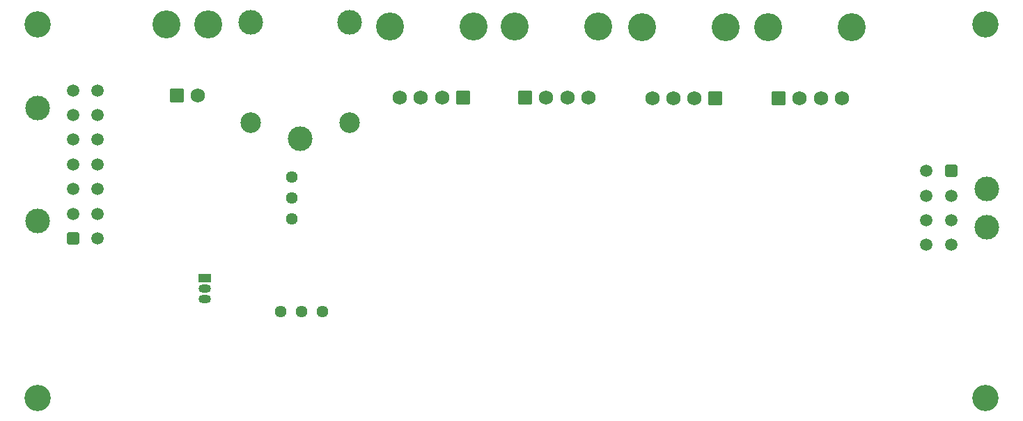
<source format=gbs>
%TF.GenerationSoftware,KiCad,Pcbnew,9.0.1*%
%TF.CreationDate,2025-06-05T13:01:35-07:00*%
%TF.ProjectId,chop-controller-heat,63686f70-2d63-46f6-9e74-726f6c6c6572,rev?*%
%TF.SameCoordinates,Original*%
%TF.FileFunction,Soldermask,Bot*%
%TF.FilePolarity,Negative*%
%FSLAX46Y46*%
G04 Gerber Fmt 4.6, Leading zero omitted, Abs format (unit mm)*
G04 Created by KiCad (PCBNEW 9.0.1) date 2025-06-05 13:01:35*
%MOMM*%
%LPD*%
G01*
G04 APERTURE LIST*
G04 Aperture macros list*
%AMRoundRect*
0 Rectangle with rounded corners*
0 $1 Rounding radius*
0 $2 $3 $4 $5 $6 $7 $8 $9 X,Y pos of 4 corners*
0 Add a 4 corners polygon primitive as box body*
4,1,4,$2,$3,$4,$5,$6,$7,$8,$9,$2,$3,0*
0 Add four circle primitives for the rounded corners*
1,1,$1+$1,$2,$3*
1,1,$1+$1,$4,$5*
1,1,$1+$1,$6,$7*
1,1,$1+$1,$8,$9*
0 Add four rect primitives between the rounded corners*
20,1,$1+$1,$2,$3,$4,$5,0*
20,1,$1+$1,$4,$5,$6,$7,0*
20,1,$1+$1,$6,$7,$8,$9,0*
20,1,$1+$1,$8,$9,$2,$3,0*%
G04 Aperture macros list end*
%ADD10R,1.500000X1.050000*%
%ADD11O,1.500000X1.050000*%
%ADD12C,3.200000*%
%ADD13C,3.000000*%
%ADD14RoundRect,0.250001X0.499999X-0.499999X0.499999X0.499999X-0.499999X0.499999X-0.499999X-0.499999X0*%
%ADD15C,1.500000*%
%ADD16C,1.440000*%
%ADD17C,3.400000*%
%ADD18RoundRect,0.250560X-0.619440X-0.619440X0.619440X-0.619440X0.619440X0.619440X-0.619440X0.619440X0*%
%ADD19C,1.740000*%
%ADD20RoundRect,0.250001X-0.499999X0.499999X-0.499999X-0.499999X0.499999X-0.499999X0.499999X0.499999X0*%
%ADD21C,2.500000*%
%ADD22RoundRect,0.250560X0.619440X0.619440X-0.619440X0.619440X-0.619440X-0.619440X0.619440X-0.619440X0*%
G04 APERTURE END LIST*
D10*
%TO.C,U18*%
X111082638Y-84823323D03*
D11*
X111082638Y-86093323D03*
X111082638Y-87363323D03*
%TD*%
D12*
%TO.C,MK4*%
X90726800Y-99362000D03*
%TD*%
%TO.C,MK2*%
X205957400Y-54022000D03*
%TD*%
D13*
%TO.C,J11*%
X90726800Y-77852800D03*
X90726800Y-64152800D03*
D14*
X95046800Y-80012800D03*
D15*
X95046800Y-77012800D03*
X95046800Y-74012800D03*
X95046800Y-71012800D03*
X95046800Y-68012800D03*
X95046800Y-65012800D03*
X95046800Y-62012800D03*
X98046800Y-80012800D03*
X98046800Y-77012800D03*
X98046800Y-74012800D03*
X98046800Y-71012800D03*
X98046800Y-68012800D03*
X98046800Y-65012800D03*
X98046800Y-62012800D03*
%TD*%
D16*
%TO.C,RV1*%
X121602638Y-77594323D03*
X121602638Y-75054323D03*
X121602638Y-72514323D03*
%TD*%
D17*
%TO.C,J2*%
X148763638Y-54293323D03*
X158923638Y-54293323D03*
D18*
X150033638Y-62933323D03*
D19*
X152573638Y-62933323D03*
X155143638Y-62933323D03*
X157683638Y-62933323D03*
%TD*%
D12*
%TO.C,MK3*%
X205957400Y-99362000D03*
%TD*%
D17*
%TO.C,J13*%
X106425638Y-53969323D03*
X111505638Y-53969323D03*
D18*
X107695638Y-62609323D03*
D19*
X110235638Y-62609323D03*
%TD*%
D13*
%TO.C,J12*%
X206124000Y-73960000D03*
X206124000Y-78660000D03*
D20*
X201804000Y-71800000D03*
D15*
X201804000Y-74800000D03*
X201804000Y-77800000D03*
X201804000Y-80800000D03*
X198804000Y-71800000D03*
X198804000Y-74800000D03*
X198804000Y-77800000D03*
X198804000Y-80800000D03*
%TD*%
D16*
%TO.C,RV2*%
X120322638Y-88887323D03*
X122862638Y-88887323D03*
X125402638Y-88887323D03*
%TD*%
D12*
%TO.C,MK1*%
X90726800Y-54022000D03*
%TD*%
D13*
%TO.C,K1*%
X122618638Y-67923323D03*
D21*
X128668638Y-65973323D03*
D13*
X128668638Y-53773323D03*
X116618638Y-53723323D03*
D21*
X116668638Y-65973323D03*
%TD*%
D17*
%TO.C,J4*%
X179573888Y-54344073D03*
X189733888Y-54344073D03*
D18*
X180843888Y-62984073D03*
D19*
X183383888Y-62984073D03*
X185953888Y-62984073D03*
X188493888Y-62984073D03*
%TD*%
D17*
%TO.C,J3*%
X174400888Y-54344073D03*
X164240888Y-54344073D03*
D22*
X173130888Y-62984073D03*
D19*
X170590888Y-62984073D03*
X168020888Y-62984073D03*
X165480888Y-62984073D03*
%TD*%
D17*
%TO.C,J1*%
X143717638Y-54293323D03*
X133557638Y-54293323D03*
D22*
X142447638Y-62933323D03*
D19*
X139907638Y-62933323D03*
X137337638Y-62933323D03*
X134797638Y-62933323D03*
%TD*%
M02*

</source>
